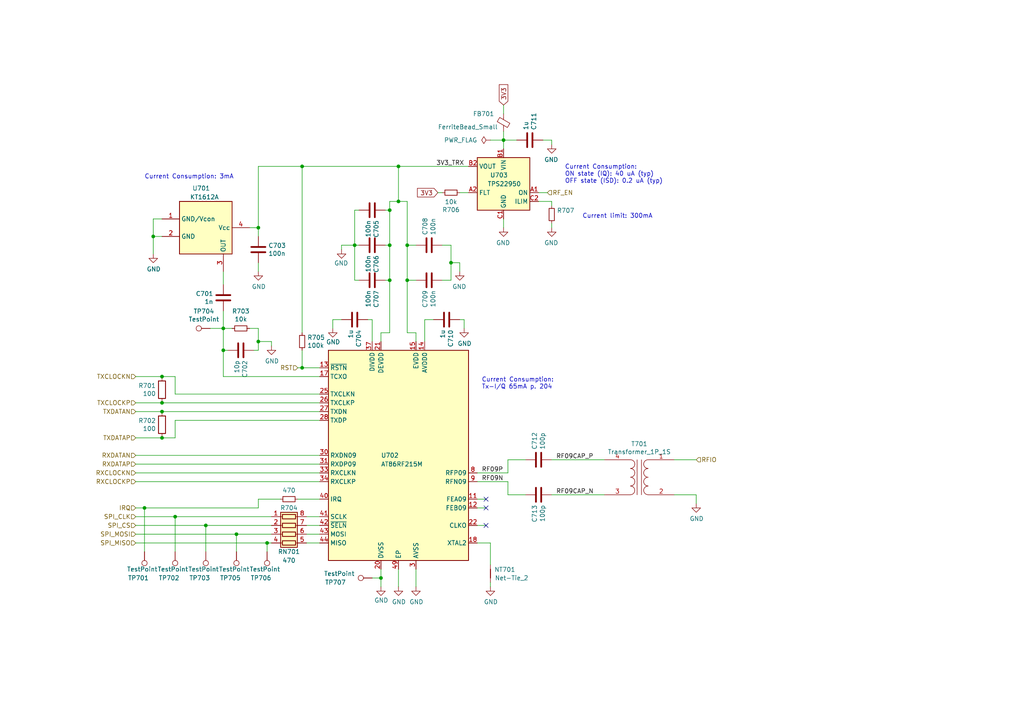
<source format=kicad_sch>
(kicad_sch (version 20211123) (generator eeschema)
  (paper "A4")
  (lib_symbols
    (symbol "Connector:TestPoint" (pin_numbers hide) (pin_names (offset 0.762) hide)
      (property "Reference" "TP" (at 0 6.858 0))
      (property "Value" "TestPoint" (at 0 5.08 0))
      (symbol "TestPoint_0_1"
        (circle (center 0 3.302) (radius 0.762))
      )
      (symbol "TestPoint_1_1"
        (pin passive line (at 0 0 90) (length 2.54) (name "1") (number "1"))
      )
    )
    (symbol "Device:C" (pin_numbers hide) (pin_names (offset 0.254))
      (property "Reference" "C" (at 0.635 2.54 0))
      (property "Value" "C" (at 0.635 -2.54 0))
      (symbol "C_0_1"
        (polyline (pts (xy -2.032 -0.762) (xy 2.032 -0.762)) (stroke (width 0.508)))
        (polyline (pts (xy -2.032 0.762) (xy 2.032 0.762)) (stroke (width 0.508)))
      )
      (symbol "C_1_1"
        (pin passive line (at 0 3.81 270) (length 2.794) (name "~") (number "1"))
        (pin passive line (at 0 -3.81 90) (length 2.794) (name "~") (number "2"))
      )
    )
    (symbol "Device:FerriteBead_Small" (pin_numbers hide) (pin_names (offset 0))
      (property "Reference" "FB" (at 1.905 1.27 0))
      (property "Value" "FerriteBead_Small" (at 1.905 -1.27 0))
      (symbol "FerriteBead_Small_0_1"
        (polyline (pts (xy 0 -1.27) (xy 0 -0.7874)))
        (polyline (pts (xy 0 0.889) (xy 0 1.2954)))
        (polyline (pts (xy -1.8288 0.2794) (xy -1.1176 1.4986) (xy 1.8288 -0.2032) (xy 1.1176 -1.4224) (xy -1.8288 0.2794)))
      )
      (symbol "FerriteBead_Small_1_1"
        (pin passive line (at 0 2.54 270) (length 1.27) (name "~") (number "1"))
        (pin passive line (at 0 -2.54 90) (length 1.27) (name "~") (number "2"))
      )
    )
    (symbol "Device:NetTie_2" (pin_numbers hide) (pin_names (offset 0) hide)
      (property "Reference" "NT" (at 0 1.27 0))
      (property "Value" "NetTie_2" (at 0 -1.27 0))
      (symbol "NetTie_2_0_1"
        (polyline (pts (xy -1.27 0) (xy 1.27 0)) (stroke (width 0.254)))
      )
      (symbol "NetTie_2_1_1"
        (pin passive line (at -2.54 0 0) (length 2.54) (name "1") (number "1"))
        (pin passive line (at 2.54 0 180) (length 2.54) (name "2") (number "2"))
      )
    )
    (symbol "Device:R" (pin_numbers hide) (pin_names (offset 0))
      (property "Reference" "R" (at 2.032 0 90))
      (property "Value" "R" (at 0 0 90))
      (symbol "R_0_1"
        (rectangle (start -1.016 -2.54) (end 1.016 2.54) (stroke (width 0.254)))
      )
      (symbol "R_1_1"
        (pin passive line (at 0 3.81 270) (length 1.27) (name "~") (number "1"))
        (pin passive line (at 0 -3.81 90) (length 1.27) (name "~") (number "2"))
      )
    )
    (symbol "Device:R_Pack04" (pin_names (offset 0) hide)
      (property "Reference" "RN" (at -7.62 0 90))
      (property "Value" "R_Pack04" (at 5.08 0 90))
      (symbol "R_Pack04_0_1"
        (rectangle (start -6.35 -2.413) (end 3.81 2.413) (stroke (width 0.254)) (fill (type background)))
        (rectangle (start -5.715 1.905) (end -4.445 -1.905) (stroke (width 0.254)))
        (rectangle (start -3.175 1.905) (end -1.905 -1.905) (stroke (width 0.254)))
        (rectangle (start -0.635 1.905) (end 0.635 -1.905) (stroke (width 0.254)))
        (polyline (pts (xy -5.08 -2.54) (xy -5.08 -1.905)))
        (polyline (pts (xy -5.08 1.905) (xy -5.08 2.54)))
        (polyline (pts (xy -2.54 -2.54) (xy -2.54 -1.905)))
        (polyline (pts (xy -2.54 1.905) (xy -2.54 2.54)))
        (polyline (pts (xy 0 -2.54) (xy 0 -1.905)))
        (polyline (pts (xy 0 1.905) (xy 0 2.54)))
        (polyline (pts (xy 2.54 -2.54) (xy 2.54 -1.905)))
        (polyline (pts (xy 2.54 1.905) (xy 2.54 2.54)))
        (rectangle (start 1.905 1.905) (end 3.175 -1.905) (stroke (width 0.254)))
      )
      (symbol "R_Pack04_1_1"
        (pin passive line (at -5.08 -5.08 90) (length 2.54) (name "R1.1") (number "1"))
        (pin passive line (at -2.54 -5.08 90) (length 2.54) (name "R2.1") (number "2"))
        (pin passive line (at 0 -5.08 90) (length 2.54) (name "R3.1") (number "3"))
        (pin passive line (at 2.54 -5.08 90) (length 2.54) (name "R4.1") (number "4"))
        (pin passive line (at 2.54 5.08 270) (length 2.54) (name "R4.2") (number "5"))
        (pin passive line (at 0 5.08 270) (length 2.54) (name "R3.2") (number "6"))
        (pin passive line (at -2.54 5.08 270) (length 2.54) (name "R2.2") (number "7"))
        (pin passive line (at -5.08 5.08 270) (length 2.54) (name "R1.2") (number "8"))
      )
    )
    (symbol "Device:R_Small" (pin_numbers hide) (pin_names (offset 0.254) hide)
      (property "Reference" "R" (at 0.762 0.508 0))
      (property "Value" "R_Small" (at 0.762 -1.016 0))
      (symbol "R_Small_0_1"
        (rectangle (start -0.762 1.778) (end 0.762 -1.778) (stroke (width 0.2032)))
      )
      (symbol "R_Small_1_1"
        (pin passive line (at 0 2.54 270) (length 0.762) (name "~") (number "1"))
        (pin passive line (at 0 -2.54 90) (length 0.762) (name "~") (number "2"))
      )
    )
    (symbol "Device:Transformer_1P_1S" (pin_names (offset 1.016) hide)
      (property "Reference" "T" (at 0 6.35 0))
      (property "Value" "Transformer_1P_1S" (at 0 -7.62 0))
      (symbol "Transformer_1P_1S_0_1"
        (arc (start -2.54 -5.0546) (mid -1.6561 -4.6863) (end -1.27 -3.81))
        (arc (start -2.54 -2.5146) (mid -1.6561 -2.1463) (end -1.27 -1.27))
        (arc (start -2.54 0.0254) (mid -1.6561 0.3937) (end -1.27 1.27))
        (arc (start -2.54 2.5654) (mid -1.6561 2.9337) (end -1.27 3.81))
        (arc (start -1.27 -3.81) (mid -1.642 -2.912) (end -2.54 -2.54))
        (arc (start -1.27 -1.27) (mid -1.642 -0.372) (end -2.54 0))
        (arc (start -1.27 1.27) (mid -1.642 2.168) (end -2.54 2.54))
        (arc (start -1.27 3.81) (mid -1.642 4.708) (end -2.54 5.08))
        (polyline (pts (xy -0.635 5.08) (xy -0.635 -5.08)))
        (polyline (pts (xy 0.635 -5.08) (xy 0.635 5.08)))
        (arc (start 1.2954 -1.27) (mid 1.6599 -2.1501) (end 2.54 -2.5146))
        (arc (start 1.2954 1.27) (mid 1.6599 0.3899) (end 2.54 0.0254))
        (arc (start 1.2954 3.81) (mid 1.6599 2.9299) (end 2.54 2.5654))
        (arc (start 1.3208 -3.81) (mid 1.6853 -4.6901) (end 2.5654 -5.0546))
        (arc (start 2.54 0) (mid 1.6456 -0.3683) (end 1.2954 -1.27))
        (arc (start 2.54 2.54) (mid 1.6456 2.1717) (end 1.2954 1.27))
        (arc (start 2.54 5.08) (mid 1.6456 4.7117) (end 1.2954 3.81))
        (arc (start 2.5654 -2.54) (mid 1.671 -2.9083) (end 1.3208 -3.81))
      )
      (symbol "Transformer_1P_1S_1_1"
        (pin passive line (at -10.16 5.08 0) (length 7.62) (name "AA") (number "1"))
        (pin passive line (at -10.16 -5.08 0) (length 7.62) (name "AB") (number "2"))
        (pin passive line (at 10.16 -5.08 180) (length 7.62) (name "SA") (number "3"))
        (pin passive line (at 10.16 5.08 180) (length 7.62) (name "SB") (number "4"))
      )
    )
    (symbol "lsf-kicad:AT86RF215M"
      (property "Reference" "U" (at -19.05 33.02 0))
      (property "Value" "AT86RF215M" (at 0 0 0))
      (symbol "AT86RF215M_0_1"
        (rectangle (start -20.32 30.48) (end 20.32 -30.48) (stroke (width 0.254)) (fill (type background)))
      )
      (symbol "AT86RF215M_1_1"
        (pin no_connect line (at 22.86 20.32 180) (length 2.54) hide (name "FEA24") (number "1"))
        (pin passive line (at 5.08 -33.02 90) (length 2.54) hide (name "AVSS") (number "10"))
        (pin output line (at 22.86 -12.7 180) (length 2.54) (name "FEA09") (number "11"))
        (pin output line (at 22.86 -15.24 180) (length 2.54) (name "FEB09") (number "12"))
        (pin input line (at -22.86 25.4 0) (length 2.54) (name "~{RSTN}") (number "13"))
        (pin power_out line (at 7.62 33.02 270) (length 2.54) (name "AVDD0") (number "14"))
        (pin power_in line (at 5.08 33.02 270) (length 2.54) (name "EVDD") (number "15"))
        (pin passive line (at 5.08 -33.02 90) (length 2.54) hide (name "AVSS") (number "16"))
        (pin input line (at -22.86 22.86 0) (length 2.54) (name "TCXO") (number "17"))
        (pin bidirectional line (at 22.86 -25.4 180) (length 2.54) (name "XTAL2") (number "18"))
        (pin passive line (at 5.08 -33.02 90) (length 2.54) hide (name "AVSS") (number "19"))
        (pin no_connect line (at 22.86 17.78 180) (length 2.54) hide (name "FEB24") (number "2"))
        (pin power_in line (at -5.08 -33.02 90) (length 2.54) (name "DVSS") (number "20"))
        (pin power_in line (at -5.08 33.02 270) (length 2.54) (name "DEVDD") (number "21"))
        (pin output line (at 22.86 -20.32 180) (length 2.54) (name "CLKO") (number "22"))
        (pin passive line (at -5.08 -33.02 90) (length 2.54) hide (name "DVSS") (number "23"))
        (pin passive line (at -5.08 -33.02 90) (length 2.54) hide (name "DVSS") (number "24"))
        (pin input line (at -22.86 17.78 0) (length 2.54) (name "TXCLKN") (number "25"))
        (pin input line (at -22.86 15.24 0) (length 2.54) (name "TXCLKP") (number "26"))
        (pin input line (at -22.86 12.7 0) (length 2.54) (name "TXDN") (number "27"))
        (pin input line (at -22.86 10.16 0) (length 2.54) (name "TXDP") (number "28"))
        (pin passive line (at -5.08 33.02 270) (length 2.54) hide (name "DEVDD") (number "29"))
        (pin power_in line (at 5.08 -33.02 90) (length 2.54) (name "AVSS") (number "3"))
        (pin output line (at -22.86 0 0) (length 2.54) (name "RXDN09") (number "30"))
        (pin output line (at -22.86 -2.54 0) (length 2.54) (name "RXDP09") (number "31"))
        (pin passive line (at -5.08 -33.02 90) (length 2.54) hide (name "DVSS") (number "32"))
        (pin output line (at -22.86 -5.08 0) (length 2.54) (name "RXCLKN") (number "33"))
        (pin output line (at -22.86 -7.62 0) (length 2.54) (name "RXCLKP") (number "34"))
        (pin no_connect line (at -22.86 5.08 0) (length 2.54) hide (name "RXDN24") (number "35"))
        (pin no_connect line (at -22.86 2.54 0) (length 2.54) hide (name "RXDP24") (number "36"))
        (pin power_out line (at -7.62 33.02 270) (length 2.54) (name "DΙVDD") (number "37"))
        (pin passive line (at -5.08 -33.02 90) (length 2.54) hide (name "DVSS") (number "38"))
        (pin passive line (at -5.08 33.02 270) (length 2.54) hide (name "DEVDD") (number "39"))
        (pin no_connect line (at 22.86 12.7 180) (length 2.54) hide (name "RFP24") (number "4"))
        (pin output line (at -22.86 -12.7 0) (length 2.54) (name "IRQ") (number "40"))
        (pin input line (at -22.86 -17.78 0) (length 2.54) (name "SCLK") (number "41"))
        (pin input line (at -22.86 -20.32 0) (length 2.54) (name "~{SELN}") (number "42"))
        (pin input line (at -22.86 -22.86 0) (length 2.54) (name "MOSI") (number "43"))
        (pin output line (at -22.86 -25.4 0) (length 2.54) (name "MISO") (number "44"))
        (pin passive line (at 5.08 -33.02 90) (length 2.54) hide (name "AVSS") (number "45"))
        (pin passive line (at 5.08 33.02 270) (length 2.54) hide (name "EVDD") (number "46"))
        (pin no_connect line (at 10.16 33.02 270) (length 2.54) hide (name "AVDD1") (number "47"))
        (pin passive line (at 5.08 -33.02 90) (length 2.54) hide (name "AVSS") (number "48"))
        (pin power_in line (at 0 -33.02 90) (length 2.54) (name "EP") (number "49"))
        (pin no_connect line (at 22.86 10.16 180) (length 2.54) hide (name "RFN24") (number "5"))
        (pin passive line (at 5.08 -33.02 90) (length 2.54) hide (name "AVSS") (number "6"))
        (pin passive line (at 5.08 -33.02 90) (length 2.54) hide (name "AVSS") (number "7"))
        (pin bidirectional line (at 22.86 -5.08 180) (length 2.54) (name "RFP09") (number "8"))
        (pin bidirectional line (at 22.86 -7.62 180) (length 2.54) (name "RFN09") (number "9"))
      )
    )
    (symbol "lsf-kicad:KT1612A"
      (property "Reference" "U" (at 6.35 8.89 0))
      (property "Value" "KT1612A" (at -7.62 8.89 0))
      (symbol "KT1612A_0_1"
        (rectangle (start -7.62 7.62) (end 7.62 -7.62) (stroke (width 0.254)) (fill (type background)))
      )
      (symbol "KT1612A_1_1"
        (pin power_in line (at -2.54 -12.7 90) (length 5.08) (name "GND/Vcon") (number "1"))
        (pin power_in line (at 2.54 -12.7 90) (length 5.08) (name "GND") (number "2"))
        (pin output line (at 12.7 5.08 180) (length 5.08) (name "OUT") (number "3"))
        (pin power_in line (at 0 12.7 270) (length 5.08) (name "Vcc") (number "4"))
      )
    )
    (symbol "lsf-kicad:TPS22950"
      (property "Reference" "U" (at 5.08 8.89 0))
      (property "Value" "TPS22950" (at 5.08 -8.89 0))
      (symbol "TPS22950_0_1"
        (rectangle (start -7.62 7.62) (end 7.62 -7.62) (stroke (width 0.254)) (fill (type background)))
      )
      (symbol "TPS22950_1_1"
        (pin input line (at -10.16 -2.54 0) (length 2.54) (name "ON") (number "A1"))
        (pin open_collector line (at 10.16 -2.54 180) (length 2.54) (name "FLT") (number "A2"))
        (pin power_in line (at 0 10.16 270) (length 2.54) (name "VIN") (number "B1"))
        (pin power_out line (at 10.16 5.08 180) (length 2.54) (name "VOUT") (number "B2"))
        (pin power_in line (at 0 -10.16 90) (length 2.54) (name "GND") (number "C1"))
        (pin output line (at -10.16 -5.08 0) (length 2.54) (name "ILIM") (number "C2"))
      )
    )
    (symbol "power:GND" (power) (pin_names (offset 0))
      (property "Value" "GND" (at 0 -3.81 0))
      (symbol "GND_0_1"
        (polyline (pts (xy 0 0) (xy 0 -1.27) (xy 1.27 -1.27) (xy 0 -2.54) (xy -1.27 -1.27) (xy 0 -1.27)))
      )
      (symbol "GND_1_1"
        (pin power_in line (at 0 0 270) (length 0) hide (name "GND") (number "1"))
      )
    )
    (symbol "power:PWR_FLAG" (power) (pin_numbers hide) (pin_names (offset 0) hide)
      (property "Value" "PWR_FLAG" (at 0 3.81 0))
      (symbol "PWR_FLAG_0_0"
        (pin power_out line (at 0 0 90) (length 0) (name "pwr") (number "1"))
      )
      (symbol "PWR_FLAG_0_1"
        (polyline (pts (xy 0 0) (xy 0 1.27) (xy -1.016 1.905) (xy 0 2.54) (xy 1.016 1.905) (xy 0 1.27)))
      )
    )
  )
  (junction (at 59.69 152.4))
  (junction (at 130.81 76.2))
  (junction (at 64.77 101.6))
  (junction (at 74.93 99.06))
  (junction (at 115.57 48.26))
  (junction (at 46.99 116.84))
  (junction (at 77.47 157.48))
  (junction (at 46.99 109.22))
  (junction (at 118.11 71.12))
  (junction (at 46.99 119.38))
  (junction (at 68.58 154.94))
  (junction (at 87.63 106.68))
  (junction (at 113.03 60.96))
  (junction (at 44.45 68.58))
  (junction (at 110.49 167.64))
  (junction (at 113.03 81.28))
  (junction (at 87.63 48.26))
  (junction (at 118.11 81.28))
  (junction (at 115.57 58.42))
  (junction (at 41.91 147.32))
  (junction (at 113.03 71.12))
  (junction (at 50.8 149.86))
  (junction (at 46.99 127))
  (junction (at 64.77 95.25))
  (junction (at 74.93 66.04))
  (junction (at 146.05 40.64))
  (junction (at 102.87 71.12))
  (no_connect (at 140.97 147.32))
  (no_connect (at 140.97 144.78))
  (no_connect (at 140.97 152.4))
  (wire (pts (xy 128.27 71.12) (xy 130.81 71.12)))
  (wire (pts (xy 46.99 119.38) (xy 39.37 119.38)))
  (wire (pts (xy 146.05 63.5) (xy 146.05 66.04)))
  (wire (pts (xy 134.62 92.71) (xy 133.35 92.71)))
  (wire (pts (xy 111.76 71.12) (xy 113.03 71.12)))
  (wire (pts (xy 39.37 139.7) (xy 92.71 139.7)))
  (wire (pts (xy 74.93 76.2) (xy 74.93 78.74)))
  (wire (pts (xy 138.43 137.16) (xy 147.32 137.16)))
  (wire (pts (xy 102.87 60.96) (xy 104.14 60.96)))
  (wire (pts (xy 87.63 101.6) (xy 87.63 106.68)))
  (wire (pts (xy 115.57 48.26) (xy 135.89 48.26)))
  (wire (pts (xy 74.93 48.26) (xy 74.93 66.04)))
  (wire (pts (xy 78.74 157.48) (xy 77.47 157.48)))
  (wire (pts (xy 118.11 81.28) (xy 118.11 96.52)))
  (wire (pts (xy 44.45 68.58) (xy 44.45 73.66)))
  (wire (pts (xy 138.43 152.4) (xy 140.97 152.4)))
  (wire (pts (xy 46.99 127) (xy 39.37 127)))
  (wire (pts (xy 87.63 106.68) (xy 92.71 106.68)))
  (wire (pts (xy 64.77 78.74) (xy 64.77 82.55)))
  (wire (pts (xy 160.02 133.35) (xy 175.26 133.35)))
  (wire (pts (xy 110.49 99.06) (xy 110.49 96.52)))
  (wire (pts (xy 74.93 101.6) (xy 73.66 101.6)))
  (wire (pts (xy 142.24 163.83) (xy 142.24 157.48)))
  (wire (pts (xy 133.35 76.2) (xy 130.81 76.2)))
  (wire (pts (xy 68.58 154.94) (xy 78.74 154.94)))
  (wire (pts (xy 64.77 109.22) (xy 92.71 109.22)))
  (wire (pts (xy 78.74 99.06) (xy 74.93 99.06)))
  (wire (pts (xy 130.81 81.28) (xy 128.27 81.28)))
  (wire (pts (xy 111.76 81.28) (xy 113.03 81.28)))
  (wire (pts (xy 195.58 143.51) (xy 201.93 143.51)))
  (wire (pts (xy 142.24 40.64) (xy 146.05 40.64)))
  (wire (pts (xy 39.37 149.86) (xy 50.8 149.86)))
  (wire (pts (xy 46.99 109.22) (xy 39.37 109.22)))
  (wire (pts (xy 110.49 165.1) (xy 110.49 167.64)))
  (wire (pts (xy 74.93 99.06) (xy 74.93 101.6)))
  (wire (pts (xy 138.43 157.48) (xy 142.24 157.48)))
  (wire (pts (xy 146.05 38.1) (xy 146.05 40.64)))
  (wire (pts (xy 156.21 58.42) (xy 160.02 58.42)))
  (wire (pts (xy 160.02 40.64) (xy 160.02 41.91)))
  (wire (pts (xy 74.93 66.04) (xy 74.93 68.58)))
  (wire (pts (xy 102.87 71.12) (xy 99.06 71.12)))
  (wire (pts (xy 113.03 58.42) (xy 113.03 60.96)))
  (wire (pts (xy 88.9 154.94) (xy 92.71 154.94)))
  (wire (pts (xy 44.45 63.5) (xy 44.45 68.58)))
  (wire (pts (xy 88.9 157.48) (xy 92.71 157.48)))
  (wire (pts (xy 138.43 144.78) (xy 140.97 144.78)))
  (wire (pts (xy 50.8 114.3) (xy 92.71 114.3)))
  (wire (pts (xy 68.58 154.94) (xy 39.37 154.94)))
  (wire (pts (xy 50.8 114.3) (xy 50.8 109.22)))
  (wire (pts (xy 87.63 48.26) (xy 115.57 48.26)))
  (wire (pts (xy 64.77 109.22) (xy 64.77 101.6)))
  (wire (pts (xy 39.37 152.4) (xy 59.69 152.4)))
  (wire (pts (xy 118.11 58.42) (xy 118.11 71.12)))
  (wire (pts (xy 133.35 76.2) (xy 133.35 78.74)))
  (wire (pts (xy 104.14 81.28) (xy 102.87 81.28)))
  (wire (pts (xy 115.57 48.26) (xy 115.57 58.42)))
  (wire (pts (xy 50.8 109.22) (xy 46.99 109.22)))
  (wire (pts (xy 118.11 96.52) (xy 120.65 96.52)))
  (wire (pts (xy 123.19 92.71) (xy 123.19 99.06)))
  (wire (pts (xy 113.03 60.96) (xy 111.76 60.96)))
  (wire (pts (xy 113.03 58.42) (xy 115.57 58.42)))
  (wire (pts (xy 68.58 160.02) (xy 68.58 154.94)))
  (wire (pts (xy 120.65 81.28) (xy 118.11 81.28)))
  (wire (pts (xy 88.9 152.4) (xy 92.71 152.4)))
  (wire (pts (xy 92.71 149.86) (xy 88.9 149.86)))
  (wire (pts (xy 115.57 58.42) (xy 118.11 58.42)))
  (wire (pts (xy 160.02 64.77) (xy 160.02 66.04)))
  (wire (pts (xy 64.77 95.25) (xy 64.77 101.6)))
  (wire (pts (xy 113.03 71.12) (xy 113.03 60.96)))
  (wire (pts (xy 67.31 95.25) (xy 64.77 95.25)))
  (wire (pts (xy 74.93 48.26) (xy 87.63 48.26)))
  (wire (pts (xy 78.74 149.86) (xy 50.8 149.86)))
  (wire (pts (xy 147.32 143.51) (xy 152.4 143.51)))
  (wire (pts (xy 77.47 160.02) (xy 77.47 157.48)))
  (wire (pts (xy 115.57 165.1) (xy 115.57 170.18)))
  (wire (pts (xy 64.77 90.17) (xy 64.77 95.25)))
  (wire (pts (xy 134.62 95.25) (xy 134.62 92.71)))
  (wire (pts (xy 92.71 132.08) (xy 39.37 132.08)))
  (wire (pts (xy 64.77 95.25) (xy 60.96 95.25)))
  (wire (pts (xy 110.49 96.52) (xy 113.03 96.52)))
  (wire (pts (xy 50.8 121.92) (xy 92.71 121.92)))
  (wire (pts (xy 160.02 58.42) (xy 160.02 59.69)))
  (wire (pts (xy 64.77 101.6) (xy 66.04 101.6)))
  (wire (pts (xy 130.81 76.2) (xy 130.81 81.28)))
  (wire (pts (xy 74.93 95.25) (xy 74.93 99.06)))
  (wire (pts (xy 146.05 30.48) (xy 146.05 33.02)))
  (wire (pts (xy 133.35 55.88) (xy 135.89 55.88)))
  (wire (pts (xy 138.43 147.32) (xy 140.97 147.32)))
  (wire (pts (xy 138.43 139.7) (xy 147.32 139.7)))
  (wire (pts (xy 78.74 100.33) (xy 78.74 99.06)))
  (wire (pts (xy 146.05 40.64) (xy 149.86 40.64)))
  (wire (pts (xy 110.49 167.64) (xy 110.49 170.18)))
  (wire (pts (xy 50.8 160.02) (xy 50.8 149.86)))
  (wire (pts (xy 72.39 66.04) (xy 74.93 66.04)))
  (wire (pts (xy 39.37 134.62) (xy 92.71 134.62)))
  (wire (pts (xy 130.81 71.12) (xy 130.81 76.2)))
  (wire (pts (xy 99.06 71.12) (xy 99.06 72.39)))
  (wire (pts (xy 113.03 81.28) (xy 113.03 71.12)))
  (wire (pts (xy 39.37 137.16) (xy 92.71 137.16)))
  (wire (pts (xy 125.73 92.71) (xy 123.19 92.71)))
  (wire (pts (xy 39.37 157.48) (xy 77.47 157.48)))
  (wire (pts (xy 87.63 106.68) (xy 86.36 106.68)))
  (wire (pts (xy 160.02 143.51) (xy 175.26 143.51)))
  (wire (pts (xy 113.03 81.28) (xy 113.03 96.52)))
  (wire (pts (xy 50.8 127) (xy 46.99 127)))
  (wire (pts (xy 195.58 133.35) (xy 201.93 133.35)))
  (wire (pts (xy 158.75 55.88) (xy 156.21 55.88)))
  (wire (pts (xy 147.32 139.7) (xy 147.32 143.51)))
  (wire (pts (xy 102.87 71.12) (xy 102.87 60.96)))
  (wire (pts (xy 59.69 160.02) (xy 59.69 152.4)))
  (wire (pts (xy 50.8 121.92) (xy 50.8 127)))
  (wire (pts (xy 99.06 92.71) (xy 96.52 92.71)))
  (wire (pts (xy 118.11 81.28) (xy 118.11 71.12)))
  (wire (pts (xy 157.48 40.64) (xy 160.02 40.64)))
  (wire (pts (xy 102.87 81.28) (xy 102.87 71.12)))
  (wire (pts (xy 39.37 116.84) (xy 46.99 116.84)))
  (wire (pts (xy 120.65 165.1) (xy 120.65 170.18)))
  (wire (pts (xy 86.36 144.78) (xy 92.71 144.78)))
  (wire (pts (xy 142.24 168.91) (xy 142.24 170.18)))
  (wire (pts (xy 147.32 137.16) (xy 147.32 133.35)))
  (wire (pts (xy 107.95 92.71) (xy 106.68 92.71)))
  (wire (pts (xy 72.39 95.25) (xy 74.93 95.25)))
  (wire (pts (xy 74.93 147.32) (xy 74.93 144.78)))
  (wire (pts (xy 46.99 68.58) (xy 44.45 68.58)))
  (wire (pts (xy 46.99 116.84) (xy 92.71 116.84)))
  (wire (pts (xy 146.05 40.64) (xy 146.05 43.18)))
  (wire (pts (xy 120.65 96.52) (xy 120.65 99.06)))
  (wire (pts (xy 118.11 71.12) (xy 120.65 71.12)))
  (wire (pts (xy 96.52 92.71) (xy 96.52 95.25)))
  (wire (pts (xy 104.14 71.12) (xy 102.87 71.12)))
  (wire (pts (xy 74.93 144.78) (xy 81.28 144.78)))
  (wire (pts (xy 147.32 133.35) (xy 152.4 133.35)))
  (wire (pts (xy 78.74 152.4) (xy 59.69 152.4)))
  (wire (pts (xy 201.93 143.51) (xy 201.93 146.05)))
  (wire (pts (xy 87.63 48.26) (xy 87.63 96.52)))
  (wire (pts (xy 46.99 63.5) (xy 44.45 63.5)))
  (wire (pts (xy 41.91 147.32) (xy 74.93 147.32)))
  (wire (pts (xy 41.91 160.02) (xy 41.91 147.32)))
  (wire (pts (xy 92.71 119.38) (xy 46.99 119.38)))
  (wire (pts (xy 107.95 92.71) (xy 107.95 99.06)))
  (wire (pts (xy 39.37 147.32) (xy 41.91 147.32)))
  (wire (pts (xy 107.95 167.64) (xy 110.49 167.64)))
  (wire (pts (xy 127 55.88) (xy 128.27 55.88)))
  (text "Current Consumption:\nTx-I/Q 65mA p. 204" (at 139.7 113.03 0) (effects (font (size 1.27 1.27)) (justify left bottom)))
  (text "Current Consumption: 3mA" (at 41.91 52.07 0) (effects (font (size 1.27 1.27)) (justify left bottom)))
  (text "Current Consumption:\nON state (IQ): 40 uA (typ)\nOFF state (ISD): 0.2 uA (typ)" (at 163.83 53.34 0) (effects (font (size 1.27 1.27)) (justify left bottom)))
  (text "Current limit: 300mA" (at 168.91 63.5 0) (effects (font (size 1.27 1.27)) (justify left bottom)))
  (label "3V3_TRX" (at 134.62 48.26 180))
  (label "RF09N" (at 139.7 139.7 0))
  (label "RF09CAP_N" (at 161.29 143.51 0))
  (label "RF09CAP_P" (at 161.29 133.35 0))
  (label "RF09P" (at 139.7 137.16 0))
  (global_label "3V3" (shape input) (at 127 55.88 180) (property "Intersheet References" "${INTERSHEET_REFS}" (effects hide)))
  (global_label "3V3" (shape input) (at 146.05 30.48 90) (property "Intersheet References" "${INTERSHEET_REFS}" (effects hide)))
  (hierarchical_label "RF_EN" (shape input) (at 158.75 55.88 0))
  (hierarchical_label "TXDATAP" (shape input) (at 39.37 127 180))
  (hierarchical_label "SPI_CS" (shape input) (at 39.37 152.4 180))
  (hierarchical_label "RXDATAP" (shape input) (at 39.37 134.62 180))
  (hierarchical_label "RXCLOCKP" (shape input) (at 39.37 139.7 180))
  (hierarchical_label "RXDATAN" (shape input) (at 39.37 132.08 180))
  (hierarchical_label "SPI_MISO" (shape input) (at 39.37 157.48 180))
  (hierarchical_label "SPI_CLK" (shape input) (at 39.37 149.86 180))
  (hierarchical_label "RST" (shape input) (at 86.36 106.68 180))
  (hierarchical_label "TXDATAN" (shape input) (at 39.37 119.38 180))
  (hierarchical_label "TXCLOCKN" (shape input) (at 39.37 109.22 180))
  (hierarchical_label "IRQ" (shape input) (at 39.37 147.32 180))
  (hierarchical_label "TXCLOCKP" (shape input) (at 39.37 116.84 180))
  (hierarchical_label "RFIO" (shape input) (at 201.93 133.35 0))
  (hierarchical_label "SPI_MOSI" (shape input) (at 39.37 154.94 180))
  (hierarchical_label "RXCLOCKN" (shape input) (at 39.37 137.16 180))
  (symbol (lib_id "lsf-kicad:TPS22950") (at 146.05 53.34 0) (mirror y) (unit 1)
    (property "Reference" "U703" (at 147.32 50.8 0) (effects (justify left)))
    (property "Value" "TPS22950" (at 151.13 53.34 0) (effects (justify left)))
    (property "Footprint" "Package_BGA:Texas_DSBGA-6_0.9x1.4mm_Layout2x3_P0.5mm" (effects hide))
    (property "Datasheet" "https://www.ti.com/lit/ds/symlink/tps22950.pdf" (effects hide))
  )
  (symbol (lib_id "Connector:TestPoint") (at 77.47 160.02 180) (unit 1)
    (property "Reference" "TP706" (at 78.74 167.64 0) (effects (justify left)))
    (property "Value" "TestPoint" (at 81.28 165.1 0) (effects (justify left)))
    (property "Footprint" "lsf-kicad-lib:TestPoint_D0.8mm_Mask-Only" (effects hide))
  )
  (symbol (lib_id "Device:C") (at 107.95 71.12 90) (unit 1)
    (property "Reference" "C706" (at 109.1184 74.0156 0) (effects (justify right)))
    (property "Value" "100n" (at 106.807 74.0156 0) (effects (justify right)))
    (property "Footprint" "Capacitor_SMD:C_0402_1005Metric" (effects hide))
    (property "Mnf." "KEMET" (effects hide))
    (property "Description" "Capacitor, 0402, 10%, 16V, X7R" (effects hide))
    (property "PartNumber" "C0402C104K4RACTU" (effects hide))
  )
  (symbol (lib_id "Connector:TestPoint") (at 59.69 160.02 180) (unit 1)
    (property "Reference" "TP703" (at 60.96 167.64 0) (effects (justify left)))
    (property "Value" "TestPoint" (at 63.5 165.1 0) (effects (justify left)))
    (property "Footprint" "lsf-kicad-lib:TestPoint_D0.8mm_Mask-Only" (effects hide))
  )
  (symbol (lib_id "power:GND") (at 146.05 66.04 0) (mirror y) (unit 1)
    (property "Reference" "#PWR0712" (effects hide))
    (property "Value" "GND" (at 145.923 70.4342 0))
  )
  (symbol (lib_id "Connector:TestPoint") (at 50.8 160.02 180) (unit 1)
    (property "Reference" "TP702" (at 52.07 167.64 0) (effects (justify left)))
    (property "Value" "TestPoint" (at 54.61 165.1 0) (effects (justify left)))
    (property "Footprint" "lsf-kicad-lib:TestPoint_D0.8mm_Mask-Only" (effects hide))
  )
  (symbol (lib_id "lsf-kicad:KT1612A") (at 59.69 66.04 270) (unit 1)
    (property "Reference" "U701" (at 60.96 54.61 90) (effects (justify right)))
    (property "Value" "KT1612A" (at 63.5 57.15 90) (effects (justify right)))
    (property "Footprint" "lsf-kicad-lib:KT1612" (effects hide))
    (property "Datasheet" "https://global.kyocera.com/prdct/electro/product/pdf/kt1612_e.pdf" (effects hide))
    (property "Mnf." "Kyocera Electronic Components" (effects hide))
    (property "PartNumber" "KT1612A26000AAW19TBT" (effects hide))
  )
  (symbol (lib_id "Device:Transformer_1P_1S") (at 185.42 138.43 0) (mirror y) (unit 1)
    (property "Reference" "T701" (at 185.42 128.7526 0))
    (property "Value" "Transformer_1P_1S" (at 185.42 131.064 0))
    (property "Footprint" "lsf-kicad-lib:ATB2012" (effects hide))
    (property "PartNumber" "ATB2012-50011-T000" (effects hide))
    (property "Mnf." "TDK" (effects hide))
  )
  (symbol (lib_id "power:GND") (at 120.65 170.18 0) (unit 1)
    (property "Reference" "#PWR0708" (effects hide))
    (property "Value" "GND" (at 120.777 174.5742 0))
  )
  (symbol (lib_id "power:GND") (at 142.24 170.18 0) (unit 1)
    (property "Reference" "#PWR0711" (effects hide))
    (property "Value" "GND" (at 142.367 174.5742 0))
  )
  (symbol (lib_id "Device:R_Small") (at 130.81 55.88 270) (unit 1)
    (property "Reference" "R706" (at 130.81 60.8584 90))
    (property "Value" "10k" (at 130.81 58.547 90))
    (property "Footprint" "Resistor_SMD:R_0402_1005Metric" (effects hide))
    (property "Description" "Resistor, 0402, 1%, 1/16W" (effects hide))
    (property "Mnf." "Vishay" (effects hide))
    (property "PartNumber" "CRCW040210K0FKEDC " (effects hide))
  )
  (symbol (lib_id "Device:C") (at 69.85 101.6 90) (unit 1)
    (property "Reference" "C702" (at 71.0184 104.4956 0) (effects (justify right)))
    (property "Value" "10p" (at 68.707 104.4956 0) (effects (justify right)))
    (property "Footprint" "Capacitor_SMD:C_0402_1005Metric" (effects hide))
    (property "Mnf." "KEMET" (effects hide))
    (property "Description" "Capacitor, 0402, 0.25pF, 10V, NPO/COG" (effects hide))
    (property "PartNumber" "C0402C100C8GACTU" (effects hide))
  )
  (symbol (lib_id "Device:C") (at 153.67 40.64 90) (mirror x) (unit 1)
    (property "Reference" "C711" (at 154.8384 37.7444 0) (effects (justify right)))
    (property "Value" "1u" (at 152.527 37.7444 0) (effects (justify right)))
    (property "Footprint" "Capacitor_SMD:C_0402_1005Metric" (effects hide))
    (property "Mnf." "KEMET " (effects hide))
    (property "Description" "Capacitor, 0402, 10%, 10V, X5R" (effects hide))
    (property "PartNumber" "C0402C105K8PAC7411" (effects hide))
  )
  (symbol (lib_id "power:GND") (at 134.62 95.25 0) (unit 1)
    (property "Reference" "#PWR0710" (effects hide))
    (property "Value" "GND" (at 134.747 99.6442 0))
  )
  (symbol (lib_id "power:GND") (at 160.02 41.91 0) (mirror y) (unit 1)
    (property "Reference" "#PWR0713" (effects hide))
    (property "Value" "GND" (at 159.893 46.3042 0))
  )
  (symbol (lib_id "power:GND") (at 133.35 78.74 0) (mirror y) (unit 1)
    (property "Reference" "#PWR0709" (effects hide))
    (property "Value" "GND" (at 133.223 83.1342 0))
  )
  (symbol (lib_id "power:GND") (at 78.74 100.33 0) (unit 1)
    (property "Reference" "#PWR0703" (effects hide))
    (property "Value" "GND" (at 78.867 104.7242 0))
  )
  (symbol (lib_id "power:GND") (at 96.52 95.25 0) (unit 1)
    (property "Reference" "#PWR0704" (effects hide))
    (property "Value" "GND" (at 96.6216 99.187 0))
  )
  (symbol (lib_id "power:GND") (at 110.49 170.18 0) (unit 1)
    (property "Reference" "#PWR0706" (effects hide))
    (property "Value" "GND" (at 110.5916 174.117 0))
  )
  (symbol (lib_id "power:GND") (at 74.93 78.74 0) (unit 1)
    (property "Reference" "#PWR0702" (effects hide))
    (property "Value" "GND" (at 75.057 83.1342 0))
  )
  (symbol (lib_id "Connector:TestPoint") (at 60.96 95.25 90) (unit 1)
    (property "Reference" "TP704" (at 59.1312 90.297 90))
    (property "Value" "TestPoint" (at 59.1312 92.6084 90))
    (property "Footprint" "lsf-kicad-lib:TestPoint_D0.8mm_Mask-Only" (effects hide))
  )
  (symbol (lib_id "Device:R_Small") (at 87.63 99.06 180) (unit 1)
    (property "Reference" "R705" (at 89.1286 97.8916 0) (effects (justify right)))
    (property "Value" "100k" (at 89.1286 100.203 0) (effects (justify right)))
    (property "Footprint" "Resistor_SMD:R_0402_1005Metric" (effects hide))
    (property "Description" "Resistor, 0402, 1%, 1/16W" (effects hide))
    (property "Mnf." "Vishay" (effects hide))
    (property "PartNumber" "CRCW0402100KFKED" (effects hide))
  )
  (symbol (lib_id "Device:FerriteBead_Small") (at 146.05 35.56 0) (unit 1)
    (property "Reference" "FB701" (at 137.16 33.02 0) (effects (justify left)))
    (property "Value" "FerriteBead_Small" (at 127 36.83 0) (effects (justify left)))
  )
  (symbol (lib_id "Connector:TestPoint") (at 41.91 160.02 180) (unit 1)
    (property "Reference" "TP701" (at 43.18 167.64 0) (effects (justify left)))
    (property "Value" "TestPoint" (at 45.72 165.1 0) (effects (justify left)))
    (property "Footprint" "lsf-kicad-lib:TestPoint_D0.8mm_Mask-Only" (effects hide))
  )
  (symbol (lib_id "Device:R_Small") (at 69.85 95.25 90) (unit 1)
    (property "Reference" "R703" (at 69.85 90.2716 90))
    (property "Value" "10k" (at 69.85 92.583 90))
    (property "Footprint" "Resistor_SMD:R_0402_1005Metric" (effects hide))
    (property "Description" "Resistor, 0402, 1%, 1/16W" (effects hide))
    (property "Mnf." "Vishay" (effects hide))
    (property "PartNumber" "CRCW040210K0FKEDC " (effects hide))
  )
  (symbol (lib_id "Device:C") (at 156.21 143.51 90) (mirror x) (unit 1)
    (property "Reference" "C713" (at 155.0416 146.431 0) (effects (justify left)))
    (property "Value" "100p" (at 157.353 146.431 0) (effects (justify left)))
    (property "Footprint" "Capacitor_SMD:C_0402_1005Metric" (effects hide))
    (property "Mnf." "KEMET" (effects hide))
    (property "Description" "Capacitor, 0402, 5%, 50V, NPO/COG" (effects hide))
    (property "PartNumber" "CBR04C101J3GAC" (effects hide))
  )
  (symbol (lib_id "Device:C") (at 74.93 72.39 180) (unit 1)
    (property "Reference" "C703" (at 77.8256 71.2216 0) (effects (justify right)))
    (property "Value" "100n" (at 77.8256 73.533 0) (effects (justify right)))
    (property "Footprint" "Capacitor_SMD:C_0402_1005Metric" (effects hide))
    (property "Mnf." "KEMET" (effects hide))
    (property "Description" "Capacitor, 0402, 10%, 16V, X7R" (effects hide))
    (property "PartNumber" "C0402C104K4RACTU" (effects hide))
  )
  (symbol (lib_id "Device:R") (at 46.99 123.19 0) (unit 1)
    (property "Reference" "R702" (at 45.2374 122.0216 0) (effects (justify right)))
    (property "Value" "100" (at 45.2374 124.333 0) (effects (justify right)))
    (property "Footprint" "Resistor_SMD:R_0402_1005Metric" (effects hide))
    (property "PartNumber" "RT0402FRE07100RL" (effects hide))
  )
  (symbol (lib_id "Device:C") (at 129.54 92.71 90) (unit 1)
    (property "Reference" "C710" (at 130.7084 95.6056 0) (effects (justify right)))
    (property "Value" "1u" (at 128.397 95.6056 0) (effects (justify right)))
    (property "Footprint" "Capacitor_SMD:C_0402_1005Metric" (effects hide))
    (property "Mnf." "KEMET " (effects hide))
    (property "Description" "Capacitor, 0402, 10%, 10V, X5R" (effects hide))
    (property "PartNumber" "C0402C105K8PAC7411" (effects hide))
  )
  (symbol (lib_id "Device:R") (at 46.99 113.03 0) (unit 1)
    (property "Reference" "R701" (at 45.2374 111.8616 0) (effects (justify right)))
    (property "Value" "100" (at 45.2374 114.173 0) (effects (justify right)))
    (property "Footprint" "Resistor_SMD:R_0402_1005Metric" (effects hide))
    (property "PartNumber" "RT0402FRE07100RL" (effects hide))
  )
  (symbol (lib_id "power:PWR_FLAG") (at 142.24 40.64 90) (unit 1)
    (property "Reference" "#FLG0701" (effects hide))
    (property "Value" "PWR_FLAG" (at 138.43 40.6399 90) (effects (justify left)))
  )
  (symbol (lib_id "power:GND") (at 160.02 66.04 0) (mirror y) (unit 1)
    (property "Reference" "#PWR0714" (effects hide))
    (property "Value" "GND" (at 159.893 70.4342 0))
  )
  (symbol (lib_id "Device:R_Small") (at 160.02 62.23 180) (unit 1)
    (property "Reference" "R707" (at 161.5186 61.0616 0) (effects (justify right)))
    (property "Description" "Resistor, 0402, 1%, 1/16W" (effects hide))
  )
  (symbol (lib_id "Connector:TestPoint") (at 68.58 160.02 180) (unit 1)
    (property "Reference" "TP705" (at 69.85 167.64 0) (effects (justify left)))
    (property "Value" "TestPoint" (at 72.39 165.1 0) (effects (justify left)))
    (property "Footprint" "lsf-kicad-lib:TestPoint_D0.8mm_Mask-Only" (effects hide))
  )
  (symbol (lib_id "Device:NetTie_2") (at 142.24 166.37 270) (unit 1)
    (property "Reference" "NT701" (at 143.3576 165.2016 90) (effects (justify left)))
    (property "Value" "Net-Tie_2" (at 143.51 167.64 90) (effects (justify left)))
    (property "Footprint" "NetTie:NetTie-2_SMD_Pad0.5mm" (effects hide))
  )
  (symbol (lib_id "power:GND") (at 201.93 146.05 0) (unit 1)
    (property "Reference" "#PWR0715" (effects hide))
    (property "Value" "GND" (at 202.057 150.4442 0))
  )
  (symbol (lib_id "Device:C") (at 124.46 71.12 270) (unit 1)
    (property "Reference" "C708" (at 123.2916 68.2244 0) (effects (justify right)))
    (property "Value" "100n" (at 125.603 68.2244 0) (effects (justify right)))
    (property "Footprint" "Capacitor_SMD:C_0402_1005Metric" (effects hide))
    (property "Mnf." "KEMET" (effects hide))
    (property "Description" "Capacitor, 0402, 10%, 16V, X7R" (effects hide))
    (property "PartNumber" "C0402C104K4RACTU" (effects hide))
  )
  (symbol (lib_id "power:GND") (at 115.57 170.18 0) (unit 1)
    (property "Reference" "#PWR0707" (effects hide))
    (property "Value" "GND" (at 115.697 174.5742 0))
  )
  (symbol (lib_id "Device:C") (at 107.95 81.28 90) (unit 1)
    (property "Reference" "C707" (at 109.1184 84.1756 0) (effects (justify right)))
    (property "Value" "100n" (at 106.807 84.1756 0) (effects (justify right)))
    (property "Footprint" "Capacitor_SMD:C_0402_1005Metric" (effects hide))
    (property "Mnf." "KEMET" (effects hide))
    (property "Description" "Capacitor, 0402, 10%, 16V, X7R" (effects hide))
    (property "PartNumber" "C0402C104K4RACTU" (effects hide))
  )
  (symbol (lib_id "Device:C") (at 156.21 133.35 90) (unit 1)
    (property "Reference" "C712" (at 155.0416 130.429 0) (effects (justify left)))
    (property "Value" "100p" (at 157.353 130.429 0) (effects (justify left)))
    (property "Footprint" "Capacitor_SMD:C_0402_1005Metric" (effects hide))
    (property "Mnf." "KEMET" (effects hide))
    (property "Description" "Capacitor, 0402, 5%, 50V, NPO/COG" (effects hide))
    (property "PartNumber" "CBR04C101J3GAC" (effects hide))
  )
  (symbol (lib_id "Device:C") (at 107.95 60.96 90) (unit 1)
    (property "Reference" "C705" (at 109.1184 63.8556 0) (effects (justify right)))
    (property "Value" "100n" (at 106.807 63.8556 0) (effects (justify right)))
    (property "Footprint" "Capacitor_SMD:C_0402_1005Metric" (effects hide))
    (property "Mnf." "KEMET" (effects hide))
    (property "Description" "Capacitor, 0402, 10%, 16V, X7R" (effects hide))
    (property "PartNumber" "C0402C104K4RACTU" (effects hide))
  )
  (symbol (lib_id "Device:R_Small") (at 83.82 144.78 90) (unit 1)
    (property "Reference" "R704" (at 83.82 147.32 90))
    (property "Value" "470" (at 83.82 142.24 90))
    (property "Footprint" "Resistor_SMD:R_0402_1005Metric" (effects hide))
  )
  (symbol (lib_id "lsf-kicad:AT86RF215M") (at 115.57 132.08 0) (unit 1)
    (property "Reference" "U702" (at 110.49 132.08 0) (effects (justify left)))
    (property "Value" "AT86RF215M" (at 110.49 134.62 0) (effects (justify left)))
    (property "Footprint" "Package_DFN_QFN:QFN-48-1EP_7x7mm_P0.5mm_EP5.6x5.6mm" (effects hide))
    (property "Datasheet" "http://ww1.microchip.com/downloads/en/DeviceDoc/Atmel-42415-WIRELESS-AT86RF215_Datasheet.pdf" (effects hide))
  )
  (symbol (lib_id "Device:R_Pack04") (at 83.82 154.94 270) (unit 1)
    (property "Reference" "RN701" (at 83.82 160.02 90))
    (property "Value" "470" (at 83.82 162.56 90))
    (property "Footprint" "Resistor_SMD:R_Array_Convex_4x0402" (effects hide))
    (property "Mnf." "Panasonic" (effects hide))
    (property "PartNumber" "EXB-38V471JV" (effects hide))
  )
  (symbol (lib_id "Device:C") (at 64.77 86.36 0) (mirror x) (unit 1)
    (property "Reference" "C701" (at 61.8744 85.1916 0) (effects (justify right)))
    (property "Value" "1n" (at 61.8744 87.503 0) (effects (justify right)))
    (property "Footprint" "Capacitor_SMD:C_0402_1005Metric" (effects hide))
    (property "Mnf." "KEMET " (effects hide))
    (property "Description" "Capacitor, 0402, 10%, 50V, X7R" (effects hide))
    (property "PartNumber" "C0402C102K8RACAUTO" (effects hide))
  )
  (symbol (lib_id "Device:C") (at 124.46 81.28 270) (mirror x) (unit 1)
    (property "Reference" "C709" (at 123.2916 84.1756 0) (effects (justify right)))
    (property "Value" "100n" (at 125.603 84.1756 0) (effects (justify right)))
    (property "Footprint" "Capacitor_SMD:C_0402_1005Metric" (effects hide))
    (property "Mnf." "KEMET" (effects hide))
    (property "Description" "Capacitor, 0402, 10%, 16V, X7R" (effects hide))
    (property "PartNumber" "C0402C104K4RACTU" (effects hide))
  )
  (symbol (lib_id "Device:C") (at 102.87 92.71 90) (unit 1)
    (property "Reference" "C704" (at 104.0384 95.6056 0) (effects (justify right)))
    (property "Value" "1u" (at 101.727 95.6056 0) (effects (justify right)))
    (property "Footprint" "Capacitor_SMD:C_0402_1005Metric" (effects hide))
    (property "Mnf." "KEMET " (effects hide))
    (property "Description" "Capacitor, 0402, 10%, 10V, X5R" (effects hide))
    (property "PartNumber" "C0402C105K8PAC7411" (effects hide))
  )
  (symbol (lib_id "power:GND") (at 99.06 72.39 0) (mirror y) (unit 1)
    (property "Reference" "#PWR0705" (effects hide))
    (property "Value" "GND" (at 98.9584 76.327 0))
  )
  (symbol (lib_id "power:GND") (at 44.45 73.66 0) (unit 1)
    (property "Reference" "#PWR0701" (effects hide))
    (property "Value" "GND" (at 44.577 78.0542 0))
  )
  (symbol (lib_id "Connector:TestPoint") (at 107.95 167.64 90) (unit 1)
    (property "Reference" "TP707" (at 100.33 168.91 90) (effects (justify left)))
    (property "Value" "TestPoint" (at 102.87 166.37 90) (effects (justify left)))
    (property "Footprint" "lsf-kicad-lib:TestPoint_D0.8mm_Mask-Only" (effects hide))
  )
)
</source>
